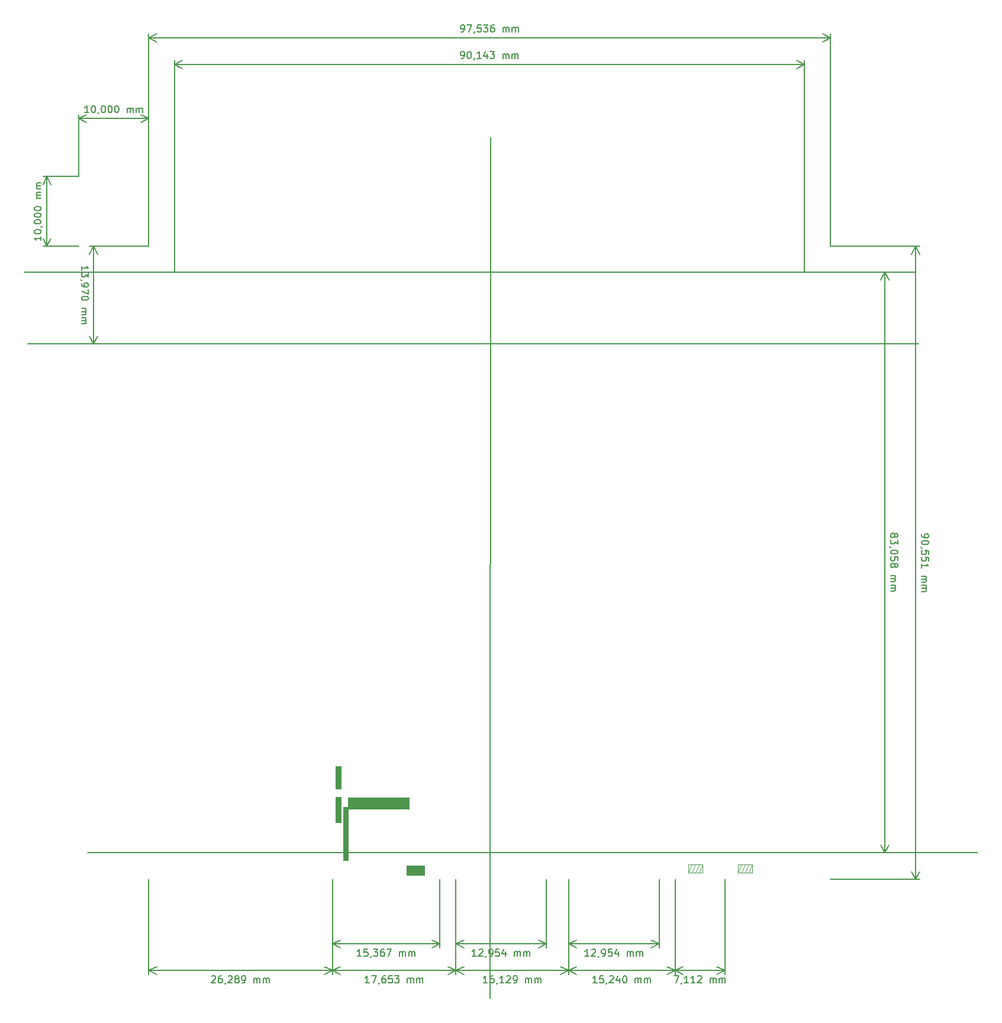
<source format=gbr>
%TF.GenerationSoftware,KiCad,Pcbnew,(5.1.12)-1*%
%TF.CreationDate,2022-03-11T14:49:08+01:00*%
%TF.ProjectId,ESP_S3-CP-24_Platform,4553505f-5333-42d4-9350-2d32345f506c,R0.8*%
%TF.SameCoordinates,Original*%
%TF.FileFunction,OtherDrawing,Comment*%
%FSLAX46Y46*%
G04 Gerber Fmt 4.6, Leading zero omitted, Abs format (unit mm)*
G04 Created by KiCad (PCBNEW (5.1.12)-1) date 2022-03-11 14:49:08*
%MOMM*%
%LPD*%
G01*
G04 APERTURE LIST*
%ADD10C,0.150000*%
%ADD11C,0.010000*%
%ADD12C,0.100000*%
G04 APERTURE END LIST*
D10*
X227060571Y-220192380D02*
X226489142Y-220192380D01*
X226774857Y-220192380D02*
X226774857Y-219192380D01*
X226679619Y-219335238D01*
X226584380Y-219430476D01*
X226489142Y-219478095D01*
X227441523Y-219287619D02*
X227489142Y-219240000D01*
X227584380Y-219192380D01*
X227822476Y-219192380D01*
X227917714Y-219240000D01*
X227965333Y-219287619D01*
X228012952Y-219382857D01*
X228012952Y-219478095D01*
X227965333Y-219620952D01*
X227393904Y-220192380D01*
X228012952Y-220192380D01*
X228489142Y-220144761D02*
X228489142Y-220192380D01*
X228441523Y-220287619D01*
X228393904Y-220335238D01*
X228965333Y-220192380D02*
X229155809Y-220192380D01*
X229251047Y-220144761D01*
X229298666Y-220097142D01*
X229393904Y-219954285D01*
X229441523Y-219763809D01*
X229441523Y-219382857D01*
X229393904Y-219287619D01*
X229346285Y-219240000D01*
X229251047Y-219192380D01*
X229060571Y-219192380D01*
X228965333Y-219240000D01*
X228917714Y-219287619D01*
X228870095Y-219382857D01*
X228870095Y-219620952D01*
X228917714Y-219716190D01*
X228965333Y-219763809D01*
X229060571Y-219811428D01*
X229251047Y-219811428D01*
X229346285Y-219763809D01*
X229393904Y-219716190D01*
X229441523Y-219620952D01*
X230346285Y-219192380D02*
X229870095Y-219192380D01*
X229822476Y-219668571D01*
X229870095Y-219620952D01*
X229965333Y-219573333D01*
X230203428Y-219573333D01*
X230298666Y-219620952D01*
X230346285Y-219668571D01*
X230393904Y-219763809D01*
X230393904Y-220001904D01*
X230346285Y-220097142D01*
X230298666Y-220144761D01*
X230203428Y-220192380D01*
X229965333Y-220192380D01*
X229870095Y-220144761D01*
X229822476Y-220097142D01*
X231251047Y-219525714D02*
X231251047Y-220192380D01*
X231012952Y-219144761D02*
X230774857Y-219859047D01*
X231393904Y-219859047D01*
X232536761Y-220192380D02*
X232536761Y-219525714D01*
X232536761Y-219620952D02*
X232584380Y-219573333D01*
X232679619Y-219525714D01*
X232822476Y-219525714D01*
X232917714Y-219573333D01*
X232965333Y-219668571D01*
X232965333Y-220192380D01*
X232965333Y-219668571D02*
X233012952Y-219573333D01*
X233108190Y-219525714D01*
X233251047Y-219525714D01*
X233346285Y-219573333D01*
X233393904Y-219668571D01*
X233393904Y-220192380D01*
X233870095Y-220192380D02*
X233870095Y-219525714D01*
X233870095Y-219620952D02*
X233917714Y-219573333D01*
X234012952Y-219525714D01*
X234155809Y-219525714D01*
X234251047Y-219573333D01*
X234298666Y-219668571D01*
X234298666Y-220192380D01*
X234298666Y-219668571D02*
X234346285Y-219573333D01*
X234441523Y-219525714D01*
X234584380Y-219525714D01*
X234679619Y-219573333D01*
X234727238Y-219668571D01*
X234727238Y-220192380D01*
X224155000Y-218440000D02*
X237109000Y-218440000D01*
X224155000Y-209169000D02*
X224155000Y-219026421D01*
X237109000Y-209169000D02*
X237109000Y-219026421D01*
X237109000Y-218440000D02*
X235982496Y-219026421D01*
X237109000Y-218440000D02*
X235982496Y-217853579D01*
X224155000Y-218440000D02*
X225281504Y-219026421D01*
X224155000Y-218440000D02*
X225281504Y-217853579D01*
X210931571Y-220192380D02*
X210360142Y-220192380D01*
X210645857Y-220192380D02*
X210645857Y-219192380D01*
X210550619Y-219335238D01*
X210455380Y-219430476D01*
X210360142Y-219478095D01*
X211312523Y-219287619D02*
X211360142Y-219240000D01*
X211455380Y-219192380D01*
X211693476Y-219192380D01*
X211788714Y-219240000D01*
X211836333Y-219287619D01*
X211883952Y-219382857D01*
X211883952Y-219478095D01*
X211836333Y-219620952D01*
X211264904Y-220192380D01*
X211883952Y-220192380D01*
X212360142Y-220144761D02*
X212360142Y-220192380D01*
X212312523Y-220287619D01*
X212264904Y-220335238D01*
X212836333Y-220192380D02*
X213026809Y-220192380D01*
X213122047Y-220144761D01*
X213169666Y-220097142D01*
X213264904Y-219954285D01*
X213312523Y-219763809D01*
X213312523Y-219382857D01*
X213264904Y-219287619D01*
X213217285Y-219240000D01*
X213122047Y-219192380D01*
X212931571Y-219192380D01*
X212836333Y-219240000D01*
X212788714Y-219287619D01*
X212741095Y-219382857D01*
X212741095Y-219620952D01*
X212788714Y-219716190D01*
X212836333Y-219763809D01*
X212931571Y-219811428D01*
X213122047Y-219811428D01*
X213217285Y-219763809D01*
X213264904Y-219716190D01*
X213312523Y-219620952D01*
X214217285Y-219192380D02*
X213741095Y-219192380D01*
X213693476Y-219668571D01*
X213741095Y-219620952D01*
X213836333Y-219573333D01*
X214074428Y-219573333D01*
X214169666Y-219620952D01*
X214217285Y-219668571D01*
X214264904Y-219763809D01*
X214264904Y-220001904D01*
X214217285Y-220097142D01*
X214169666Y-220144761D01*
X214074428Y-220192380D01*
X213836333Y-220192380D01*
X213741095Y-220144761D01*
X213693476Y-220097142D01*
X215122047Y-219525714D02*
X215122047Y-220192380D01*
X214883952Y-219144761D02*
X214645857Y-219859047D01*
X215264904Y-219859047D01*
X216407761Y-220192380D02*
X216407761Y-219525714D01*
X216407761Y-219620952D02*
X216455380Y-219573333D01*
X216550619Y-219525714D01*
X216693476Y-219525714D01*
X216788714Y-219573333D01*
X216836333Y-219668571D01*
X216836333Y-220192380D01*
X216836333Y-219668571D02*
X216883952Y-219573333D01*
X216979190Y-219525714D01*
X217122047Y-219525714D01*
X217217285Y-219573333D01*
X217264904Y-219668571D01*
X217264904Y-220192380D01*
X217741095Y-220192380D02*
X217741095Y-219525714D01*
X217741095Y-219620952D02*
X217788714Y-219573333D01*
X217883952Y-219525714D01*
X218026809Y-219525714D01*
X218122047Y-219573333D01*
X218169666Y-219668571D01*
X218169666Y-220192380D01*
X218169666Y-219668571D02*
X218217285Y-219573333D01*
X218312523Y-219525714D01*
X218455380Y-219525714D01*
X218550619Y-219573333D01*
X218598238Y-219668571D01*
X218598238Y-220192380D01*
X208026000Y-218440000D02*
X220980000Y-218440000D01*
X208026000Y-209169000D02*
X208026000Y-219026421D01*
X220980000Y-209169000D02*
X220980000Y-219026421D01*
X220980000Y-218440000D02*
X219853496Y-219026421D01*
X220980000Y-218440000D02*
X219853496Y-217853579D01*
X208026000Y-218440000D02*
X209152504Y-219026421D01*
X208026000Y-218440000D02*
X209152504Y-217853579D01*
X194485071Y-220192380D02*
X193913642Y-220192380D01*
X194199357Y-220192380D02*
X194199357Y-219192380D01*
X194104119Y-219335238D01*
X194008880Y-219430476D01*
X193913642Y-219478095D01*
X195389833Y-219192380D02*
X194913642Y-219192380D01*
X194866023Y-219668571D01*
X194913642Y-219620952D01*
X195008880Y-219573333D01*
X195246976Y-219573333D01*
X195342214Y-219620952D01*
X195389833Y-219668571D01*
X195437452Y-219763809D01*
X195437452Y-220001904D01*
X195389833Y-220097142D01*
X195342214Y-220144761D01*
X195246976Y-220192380D01*
X195008880Y-220192380D01*
X194913642Y-220144761D01*
X194866023Y-220097142D01*
X195913642Y-220144761D02*
X195913642Y-220192380D01*
X195866023Y-220287619D01*
X195818404Y-220335238D01*
X196246976Y-219192380D02*
X196866023Y-219192380D01*
X196532690Y-219573333D01*
X196675547Y-219573333D01*
X196770785Y-219620952D01*
X196818404Y-219668571D01*
X196866023Y-219763809D01*
X196866023Y-220001904D01*
X196818404Y-220097142D01*
X196770785Y-220144761D01*
X196675547Y-220192380D01*
X196389833Y-220192380D01*
X196294595Y-220144761D01*
X196246976Y-220097142D01*
X197723166Y-219192380D02*
X197532690Y-219192380D01*
X197437452Y-219240000D01*
X197389833Y-219287619D01*
X197294595Y-219430476D01*
X197246976Y-219620952D01*
X197246976Y-220001904D01*
X197294595Y-220097142D01*
X197342214Y-220144761D01*
X197437452Y-220192380D01*
X197627928Y-220192380D01*
X197723166Y-220144761D01*
X197770785Y-220097142D01*
X197818404Y-220001904D01*
X197818404Y-219763809D01*
X197770785Y-219668571D01*
X197723166Y-219620952D01*
X197627928Y-219573333D01*
X197437452Y-219573333D01*
X197342214Y-219620952D01*
X197294595Y-219668571D01*
X197246976Y-219763809D01*
X198151738Y-219192380D02*
X198818404Y-219192380D01*
X198389833Y-220192380D01*
X199961261Y-220192380D02*
X199961261Y-219525714D01*
X199961261Y-219620952D02*
X200008880Y-219573333D01*
X200104119Y-219525714D01*
X200246976Y-219525714D01*
X200342214Y-219573333D01*
X200389833Y-219668571D01*
X200389833Y-220192380D01*
X200389833Y-219668571D02*
X200437452Y-219573333D01*
X200532690Y-219525714D01*
X200675547Y-219525714D01*
X200770785Y-219573333D01*
X200818404Y-219668571D01*
X200818404Y-220192380D01*
X201294595Y-220192380D02*
X201294595Y-219525714D01*
X201294595Y-219620952D02*
X201342214Y-219573333D01*
X201437452Y-219525714D01*
X201580309Y-219525714D01*
X201675547Y-219573333D01*
X201723166Y-219668571D01*
X201723166Y-220192380D01*
X201723166Y-219668571D02*
X201770785Y-219573333D01*
X201866023Y-219525714D01*
X202008880Y-219525714D01*
X202104119Y-219573333D01*
X202151738Y-219668571D01*
X202151738Y-220192380D01*
X190373000Y-218440000D02*
X205740000Y-218440000D01*
X190373000Y-209169000D02*
X190373000Y-219026421D01*
X205740000Y-209169000D02*
X205740000Y-219026421D01*
X205740000Y-218440000D02*
X204613496Y-219026421D01*
X205740000Y-218440000D02*
X204613496Y-217853579D01*
X190373000Y-218440000D02*
X191499504Y-219026421D01*
X190373000Y-218440000D02*
X191499504Y-217853579D01*
X239236714Y-223002380D02*
X239903380Y-223002380D01*
X239474809Y-224002380D01*
X240331952Y-223954761D02*
X240331952Y-224002380D01*
X240284333Y-224097619D01*
X240236714Y-224145238D01*
X241284333Y-224002380D02*
X240712904Y-224002380D01*
X240998619Y-224002380D02*
X240998619Y-223002380D01*
X240903380Y-223145238D01*
X240808142Y-223240476D01*
X240712904Y-223288095D01*
X242236714Y-224002380D02*
X241665285Y-224002380D01*
X241951000Y-224002380D02*
X241951000Y-223002380D01*
X241855761Y-223145238D01*
X241760523Y-223240476D01*
X241665285Y-223288095D01*
X242617666Y-223097619D02*
X242665285Y-223050000D01*
X242760523Y-223002380D01*
X242998619Y-223002380D01*
X243093857Y-223050000D01*
X243141476Y-223097619D01*
X243189095Y-223192857D01*
X243189095Y-223288095D01*
X243141476Y-223430952D01*
X242570047Y-224002380D01*
X243189095Y-224002380D01*
X244379571Y-224002380D02*
X244379571Y-223335714D01*
X244379571Y-223430952D02*
X244427190Y-223383333D01*
X244522428Y-223335714D01*
X244665285Y-223335714D01*
X244760523Y-223383333D01*
X244808142Y-223478571D01*
X244808142Y-224002380D01*
X244808142Y-223478571D02*
X244855761Y-223383333D01*
X244951000Y-223335714D01*
X245093857Y-223335714D01*
X245189095Y-223383333D01*
X245236714Y-223478571D01*
X245236714Y-224002380D01*
X245712904Y-224002380D02*
X245712904Y-223335714D01*
X245712904Y-223430952D02*
X245760523Y-223383333D01*
X245855761Y-223335714D01*
X245998619Y-223335714D01*
X246093857Y-223383333D01*
X246141476Y-223478571D01*
X246141476Y-224002380D01*
X246141476Y-223478571D02*
X246189095Y-223383333D01*
X246284333Y-223335714D01*
X246427190Y-223335714D01*
X246522428Y-223383333D01*
X246570047Y-223478571D01*
X246570047Y-224002380D01*
X239395000Y-222250000D02*
X246507000Y-222250000D01*
X239395000Y-209169000D02*
X239395000Y-222836421D01*
X246507000Y-209169000D02*
X246507000Y-222836421D01*
X246507000Y-222250000D02*
X245380496Y-222836421D01*
X246507000Y-222250000D02*
X245380496Y-221663579D01*
X239395000Y-222250000D02*
X240521504Y-222836421D01*
X239395000Y-222250000D02*
X240521504Y-221663579D01*
X228203571Y-224002380D02*
X227632142Y-224002380D01*
X227917857Y-224002380D02*
X227917857Y-223002380D01*
X227822619Y-223145238D01*
X227727380Y-223240476D01*
X227632142Y-223288095D01*
X229108333Y-223002380D02*
X228632142Y-223002380D01*
X228584523Y-223478571D01*
X228632142Y-223430952D01*
X228727380Y-223383333D01*
X228965476Y-223383333D01*
X229060714Y-223430952D01*
X229108333Y-223478571D01*
X229155952Y-223573809D01*
X229155952Y-223811904D01*
X229108333Y-223907142D01*
X229060714Y-223954761D01*
X228965476Y-224002380D01*
X228727380Y-224002380D01*
X228632142Y-223954761D01*
X228584523Y-223907142D01*
X229632142Y-223954761D02*
X229632142Y-224002380D01*
X229584523Y-224097619D01*
X229536904Y-224145238D01*
X230013095Y-223097619D02*
X230060714Y-223050000D01*
X230155952Y-223002380D01*
X230394047Y-223002380D01*
X230489285Y-223050000D01*
X230536904Y-223097619D01*
X230584523Y-223192857D01*
X230584523Y-223288095D01*
X230536904Y-223430952D01*
X229965476Y-224002380D01*
X230584523Y-224002380D01*
X231441666Y-223335714D02*
X231441666Y-224002380D01*
X231203571Y-222954761D02*
X230965476Y-223669047D01*
X231584523Y-223669047D01*
X232155952Y-223002380D02*
X232251190Y-223002380D01*
X232346428Y-223050000D01*
X232394047Y-223097619D01*
X232441666Y-223192857D01*
X232489285Y-223383333D01*
X232489285Y-223621428D01*
X232441666Y-223811904D01*
X232394047Y-223907142D01*
X232346428Y-223954761D01*
X232251190Y-224002380D01*
X232155952Y-224002380D01*
X232060714Y-223954761D01*
X232013095Y-223907142D01*
X231965476Y-223811904D01*
X231917857Y-223621428D01*
X231917857Y-223383333D01*
X231965476Y-223192857D01*
X232013095Y-223097619D01*
X232060714Y-223050000D01*
X232155952Y-223002380D01*
X233679761Y-224002380D02*
X233679761Y-223335714D01*
X233679761Y-223430952D02*
X233727380Y-223383333D01*
X233822619Y-223335714D01*
X233965476Y-223335714D01*
X234060714Y-223383333D01*
X234108333Y-223478571D01*
X234108333Y-224002380D01*
X234108333Y-223478571D02*
X234155952Y-223383333D01*
X234251190Y-223335714D01*
X234394047Y-223335714D01*
X234489285Y-223383333D01*
X234536904Y-223478571D01*
X234536904Y-224002380D01*
X235013095Y-224002380D02*
X235013095Y-223335714D01*
X235013095Y-223430952D02*
X235060714Y-223383333D01*
X235155952Y-223335714D01*
X235298809Y-223335714D01*
X235394047Y-223383333D01*
X235441666Y-223478571D01*
X235441666Y-224002380D01*
X235441666Y-223478571D02*
X235489285Y-223383333D01*
X235584523Y-223335714D01*
X235727380Y-223335714D01*
X235822619Y-223383333D01*
X235870238Y-223478571D01*
X235870238Y-224002380D01*
X224155000Y-222250000D02*
X239395000Y-222250000D01*
X224155000Y-209169000D02*
X224155000Y-222836421D01*
X239395000Y-209169000D02*
X239395000Y-222836421D01*
X239395000Y-222250000D02*
X238268496Y-222836421D01*
X239395000Y-222250000D02*
X238268496Y-221663579D01*
X224155000Y-222250000D02*
X225281504Y-222836421D01*
X224155000Y-222250000D02*
X225281504Y-221663579D01*
X212519071Y-224002380D02*
X211947642Y-224002380D01*
X212233357Y-224002380D02*
X212233357Y-223002380D01*
X212138119Y-223145238D01*
X212042880Y-223240476D01*
X211947642Y-223288095D01*
X213376214Y-223002380D02*
X213185738Y-223002380D01*
X213090500Y-223050000D01*
X213042880Y-223097619D01*
X212947642Y-223240476D01*
X212900023Y-223430952D01*
X212900023Y-223811904D01*
X212947642Y-223907142D01*
X212995261Y-223954761D01*
X213090500Y-224002380D01*
X213280976Y-224002380D01*
X213376214Y-223954761D01*
X213423833Y-223907142D01*
X213471452Y-223811904D01*
X213471452Y-223573809D01*
X213423833Y-223478571D01*
X213376214Y-223430952D01*
X213280976Y-223383333D01*
X213090500Y-223383333D01*
X212995261Y-223430952D01*
X212947642Y-223478571D01*
X212900023Y-223573809D01*
X213947642Y-223954761D02*
X213947642Y-224002380D01*
X213900023Y-224097619D01*
X213852404Y-224145238D01*
X214900023Y-224002380D02*
X214328595Y-224002380D01*
X214614309Y-224002380D02*
X214614309Y-223002380D01*
X214519071Y-223145238D01*
X214423833Y-223240476D01*
X214328595Y-223288095D01*
X215280976Y-223097619D02*
X215328595Y-223050000D01*
X215423833Y-223002380D01*
X215661928Y-223002380D01*
X215757166Y-223050000D01*
X215804785Y-223097619D01*
X215852404Y-223192857D01*
X215852404Y-223288095D01*
X215804785Y-223430952D01*
X215233357Y-224002380D01*
X215852404Y-224002380D01*
X216328595Y-224002380D02*
X216519071Y-224002380D01*
X216614309Y-223954761D01*
X216661928Y-223907142D01*
X216757166Y-223764285D01*
X216804785Y-223573809D01*
X216804785Y-223192857D01*
X216757166Y-223097619D01*
X216709547Y-223050000D01*
X216614309Y-223002380D01*
X216423833Y-223002380D01*
X216328595Y-223050000D01*
X216280976Y-223097619D01*
X216233357Y-223192857D01*
X216233357Y-223430952D01*
X216280976Y-223526190D01*
X216328595Y-223573809D01*
X216423833Y-223621428D01*
X216614309Y-223621428D01*
X216709547Y-223573809D01*
X216757166Y-223526190D01*
X216804785Y-223430952D01*
X217995261Y-224002380D02*
X217995261Y-223335714D01*
X217995261Y-223430952D02*
X218042880Y-223383333D01*
X218138119Y-223335714D01*
X218280976Y-223335714D01*
X218376214Y-223383333D01*
X218423833Y-223478571D01*
X218423833Y-224002380D01*
X218423833Y-223478571D02*
X218471452Y-223383333D01*
X218566690Y-223335714D01*
X218709547Y-223335714D01*
X218804785Y-223383333D01*
X218852404Y-223478571D01*
X218852404Y-224002380D01*
X219328595Y-224002380D02*
X219328595Y-223335714D01*
X219328595Y-223430952D02*
X219376214Y-223383333D01*
X219471452Y-223335714D01*
X219614309Y-223335714D01*
X219709547Y-223383333D01*
X219757166Y-223478571D01*
X219757166Y-224002380D01*
X219757166Y-223478571D02*
X219804785Y-223383333D01*
X219900023Y-223335714D01*
X220042880Y-223335714D01*
X220138119Y-223383333D01*
X220185738Y-223478571D01*
X220185738Y-224002380D01*
X208026000Y-222250000D02*
X224155000Y-222250000D01*
X208026000Y-209169000D02*
X208026000Y-222836421D01*
X224155000Y-209169000D02*
X224155000Y-222836421D01*
X224155000Y-222250000D02*
X223028496Y-222836421D01*
X224155000Y-222250000D02*
X223028496Y-221663579D01*
X208026000Y-222250000D02*
X209152504Y-222836421D01*
X208026000Y-222250000D02*
X209152504Y-221663579D01*
X195628071Y-224002380D02*
X195056642Y-224002380D01*
X195342357Y-224002380D02*
X195342357Y-223002380D01*
X195247119Y-223145238D01*
X195151880Y-223240476D01*
X195056642Y-223288095D01*
X195961404Y-223002380D02*
X196628071Y-223002380D01*
X196199500Y-224002380D01*
X197056642Y-223954761D02*
X197056642Y-224002380D01*
X197009023Y-224097619D01*
X196961404Y-224145238D01*
X197913785Y-223002380D02*
X197723309Y-223002380D01*
X197628071Y-223050000D01*
X197580452Y-223097619D01*
X197485214Y-223240476D01*
X197437595Y-223430952D01*
X197437595Y-223811904D01*
X197485214Y-223907142D01*
X197532833Y-223954761D01*
X197628071Y-224002380D01*
X197818547Y-224002380D01*
X197913785Y-223954761D01*
X197961404Y-223907142D01*
X198009023Y-223811904D01*
X198009023Y-223573809D01*
X197961404Y-223478571D01*
X197913785Y-223430952D01*
X197818547Y-223383333D01*
X197628071Y-223383333D01*
X197532833Y-223430952D01*
X197485214Y-223478571D01*
X197437595Y-223573809D01*
X198913785Y-223002380D02*
X198437595Y-223002380D01*
X198389976Y-223478571D01*
X198437595Y-223430952D01*
X198532833Y-223383333D01*
X198770928Y-223383333D01*
X198866166Y-223430952D01*
X198913785Y-223478571D01*
X198961404Y-223573809D01*
X198961404Y-223811904D01*
X198913785Y-223907142D01*
X198866166Y-223954761D01*
X198770928Y-224002380D01*
X198532833Y-224002380D01*
X198437595Y-223954761D01*
X198389976Y-223907142D01*
X199294738Y-223002380D02*
X199913785Y-223002380D01*
X199580452Y-223383333D01*
X199723309Y-223383333D01*
X199818547Y-223430952D01*
X199866166Y-223478571D01*
X199913785Y-223573809D01*
X199913785Y-223811904D01*
X199866166Y-223907142D01*
X199818547Y-223954761D01*
X199723309Y-224002380D01*
X199437595Y-224002380D01*
X199342357Y-223954761D01*
X199294738Y-223907142D01*
X201104261Y-224002380D02*
X201104261Y-223335714D01*
X201104261Y-223430952D02*
X201151880Y-223383333D01*
X201247119Y-223335714D01*
X201389976Y-223335714D01*
X201485214Y-223383333D01*
X201532833Y-223478571D01*
X201532833Y-224002380D01*
X201532833Y-223478571D02*
X201580452Y-223383333D01*
X201675690Y-223335714D01*
X201818547Y-223335714D01*
X201913785Y-223383333D01*
X201961404Y-223478571D01*
X201961404Y-224002380D01*
X202437595Y-224002380D02*
X202437595Y-223335714D01*
X202437595Y-223430952D02*
X202485214Y-223383333D01*
X202580452Y-223335714D01*
X202723309Y-223335714D01*
X202818547Y-223383333D01*
X202866166Y-223478571D01*
X202866166Y-224002380D01*
X202866166Y-223478571D02*
X202913785Y-223383333D01*
X203009023Y-223335714D01*
X203151880Y-223335714D01*
X203247119Y-223383333D01*
X203294738Y-223478571D01*
X203294738Y-224002380D01*
X190373000Y-222250000D02*
X208026000Y-222250000D01*
X190373000Y-209169000D02*
X190373000Y-222836421D01*
X208026000Y-209169000D02*
X208026000Y-222836421D01*
X208026000Y-222250000D02*
X206899496Y-222836421D01*
X208026000Y-222250000D02*
X206899496Y-221663579D01*
X190373000Y-222250000D02*
X191499504Y-222836421D01*
X190373000Y-222250000D02*
X191499504Y-221663579D01*
X173085642Y-223097619D02*
X173133261Y-223050000D01*
X173228500Y-223002380D01*
X173466595Y-223002380D01*
X173561833Y-223050000D01*
X173609452Y-223097619D01*
X173657071Y-223192857D01*
X173657071Y-223288095D01*
X173609452Y-223430952D01*
X173038023Y-224002380D01*
X173657071Y-224002380D01*
X174514214Y-223002380D02*
X174323738Y-223002380D01*
X174228500Y-223050000D01*
X174180880Y-223097619D01*
X174085642Y-223240476D01*
X174038023Y-223430952D01*
X174038023Y-223811904D01*
X174085642Y-223907142D01*
X174133261Y-223954761D01*
X174228500Y-224002380D01*
X174418976Y-224002380D01*
X174514214Y-223954761D01*
X174561833Y-223907142D01*
X174609452Y-223811904D01*
X174609452Y-223573809D01*
X174561833Y-223478571D01*
X174514214Y-223430952D01*
X174418976Y-223383333D01*
X174228500Y-223383333D01*
X174133261Y-223430952D01*
X174085642Y-223478571D01*
X174038023Y-223573809D01*
X175085642Y-223954761D02*
X175085642Y-224002380D01*
X175038023Y-224097619D01*
X174990404Y-224145238D01*
X175466595Y-223097619D02*
X175514214Y-223050000D01*
X175609452Y-223002380D01*
X175847547Y-223002380D01*
X175942785Y-223050000D01*
X175990404Y-223097619D01*
X176038023Y-223192857D01*
X176038023Y-223288095D01*
X175990404Y-223430952D01*
X175418976Y-224002380D01*
X176038023Y-224002380D01*
X176609452Y-223430952D02*
X176514214Y-223383333D01*
X176466595Y-223335714D01*
X176418976Y-223240476D01*
X176418976Y-223192857D01*
X176466595Y-223097619D01*
X176514214Y-223050000D01*
X176609452Y-223002380D01*
X176799928Y-223002380D01*
X176895166Y-223050000D01*
X176942785Y-223097619D01*
X176990404Y-223192857D01*
X176990404Y-223240476D01*
X176942785Y-223335714D01*
X176895166Y-223383333D01*
X176799928Y-223430952D01*
X176609452Y-223430952D01*
X176514214Y-223478571D01*
X176466595Y-223526190D01*
X176418976Y-223621428D01*
X176418976Y-223811904D01*
X176466595Y-223907142D01*
X176514214Y-223954761D01*
X176609452Y-224002380D01*
X176799928Y-224002380D01*
X176895166Y-223954761D01*
X176942785Y-223907142D01*
X176990404Y-223811904D01*
X176990404Y-223621428D01*
X176942785Y-223526190D01*
X176895166Y-223478571D01*
X176799928Y-223430952D01*
X177466595Y-224002380D02*
X177657071Y-224002380D01*
X177752309Y-223954761D01*
X177799928Y-223907142D01*
X177895166Y-223764285D01*
X177942785Y-223573809D01*
X177942785Y-223192857D01*
X177895166Y-223097619D01*
X177847547Y-223050000D01*
X177752309Y-223002380D01*
X177561833Y-223002380D01*
X177466595Y-223050000D01*
X177418976Y-223097619D01*
X177371357Y-223192857D01*
X177371357Y-223430952D01*
X177418976Y-223526190D01*
X177466595Y-223573809D01*
X177561833Y-223621428D01*
X177752309Y-223621428D01*
X177847547Y-223573809D01*
X177895166Y-223526190D01*
X177942785Y-223430952D01*
X179133261Y-224002380D02*
X179133261Y-223335714D01*
X179133261Y-223430952D02*
X179180880Y-223383333D01*
X179276119Y-223335714D01*
X179418976Y-223335714D01*
X179514214Y-223383333D01*
X179561833Y-223478571D01*
X179561833Y-224002380D01*
X179561833Y-223478571D02*
X179609452Y-223383333D01*
X179704690Y-223335714D01*
X179847547Y-223335714D01*
X179942785Y-223383333D01*
X179990404Y-223478571D01*
X179990404Y-224002380D01*
X180466595Y-224002380D02*
X180466595Y-223335714D01*
X180466595Y-223430952D02*
X180514214Y-223383333D01*
X180609452Y-223335714D01*
X180752309Y-223335714D01*
X180847547Y-223383333D01*
X180895166Y-223478571D01*
X180895166Y-224002380D01*
X180895166Y-223478571D02*
X180942785Y-223383333D01*
X181038023Y-223335714D01*
X181180880Y-223335714D01*
X181276119Y-223383333D01*
X181323738Y-223478571D01*
X181323738Y-224002380D01*
X164084000Y-222250000D02*
X190373000Y-222250000D01*
X164084000Y-209169000D02*
X164084000Y-222836421D01*
X190373000Y-209169000D02*
X190373000Y-222836421D01*
X190373000Y-222250000D02*
X189246496Y-222836421D01*
X190373000Y-222250000D02*
X189246496Y-221663579D01*
X164084000Y-222250000D02*
X165210504Y-222836421D01*
X164084000Y-222250000D02*
X165210504Y-221663579D01*
X154457619Y-122031571D02*
X154457619Y-121460142D01*
X154457619Y-121745857D02*
X155457619Y-121745857D01*
X155314761Y-121650619D01*
X155219523Y-121555380D01*
X155171904Y-121460142D01*
X155457619Y-122364904D02*
X155457619Y-122983952D01*
X155076666Y-122650619D01*
X155076666Y-122793476D01*
X155029047Y-122888714D01*
X154981428Y-122936333D01*
X154886190Y-122983952D01*
X154648095Y-122983952D01*
X154552857Y-122936333D01*
X154505238Y-122888714D01*
X154457619Y-122793476D01*
X154457619Y-122507761D01*
X154505238Y-122412523D01*
X154552857Y-122364904D01*
X154505238Y-123460142D02*
X154457619Y-123460142D01*
X154362380Y-123412523D01*
X154314761Y-123364904D01*
X154457619Y-123936333D02*
X154457619Y-124126809D01*
X154505238Y-124222047D01*
X154552857Y-124269666D01*
X154695714Y-124364904D01*
X154886190Y-124412523D01*
X155267142Y-124412523D01*
X155362380Y-124364904D01*
X155410000Y-124317285D01*
X155457619Y-124222047D01*
X155457619Y-124031571D01*
X155410000Y-123936333D01*
X155362380Y-123888714D01*
X155267142Y-123841095D01*
X155029047Y-123841095D01*
X154933809Y-123888714D01*
X154886190Y-123936333D01*
X154838571Y-124031571D01*
X154838571Y-124222047D01*
X154886190Y-124317285D01*
X154933809Y-124364904D01*
X155029047Y-124412523D01*
X155457619Y-124745857D02*
X155457619Y-125412523D01*
X154457619Y-124983952D01*
X155457619Y-125983952D02*
X155457619Y-126079190D01*
X155410000Y-126174428D01*
X155362380Y-126222047D01*
X155267142Y-126269666D01*
X155076666Y-126317285D01*
X154838571Y-126317285D01*
X154648095Y-126269666D01*
X154552857Y-126222047D01*
X154505238Y-126174428D01*
X154457619Y-126079190D01*
X154457619Y-125983952D01*
X154505238Y-125888714D01*
X154552857Y-125841095D01*
X154648095Y-125793476D01*
X154838571Y-125745857D01*
X155076666Y-125745857D01*
X155267142Y-125793476D01*
X155362380Y-125841095D01*
X155410000Y-125888714D01*
X155457619Y-125983952D01*
X154457619Y-127507761D02*
X155124285Y-127507761D01*
X155029047Y-127507761D02*
X155076666Y-127555380D01*
X155124285Y-127650619D01*
X155124285Y-127793476D01*
X155076666Y-127888714D01*
X154981428Y-127936333D01*
X154457619Y-127936333D01*
X154981428Y-127936333D02*
X155076666Y-127983952D01*
X155124285Y-128079190D01*
X155124285Y-128222047D01*
X155076666Y-128317285D01*
X154981428Y-128364904D01*
X154457619Y-128364904D01*
X154457619Y-128841095D02*
X155124285Y-128841095D01*
X155029047Y-128841095D02*
X155076666Y-128888714D01*
X155124285Y-128983952D01*
X155124285Y-129126809D01*
X155076666Y-129222047D01*
X154981428Y-129269666D01*
X154457619Y-129269666D01*
X154981428Y-129269666D02*
X155076666Y-129317285D01*
X155124285Y-129412523D01*
X155124285Y-129555380D01*
X155076666Y-129650619D01*
X154981428Y-129698238D01*
X154457619Y-129698238D01*
X156210000Y-118618000D02*
X156210000Y-132588000D01*
X164084000Y-118618000D02*
X155623579Y-118618000D01*
X164084000Y-132588000D02*
X155623579Y-132588000D01*
X156210000Y-132588000D02*
X155623579Y-131461496D01*
X156210000Y-132588000D02*
X156796421Y-131461496D01*
X156210000Y-118618000D02*
X155623579Y-119744504D01*
X156210000Y-118618000D02*
X156796421Y-119744504D01*
X148697380Y-117189428D02*
X148697380Y-117760857D01*
X148697380Y-117475142D02*
X147697380Y-117475142D01*
X147840238Y-117570380D01*
X147935476Y-117665619D01*
X147983095Y-117760857D01*
X147697380Y-116570380D02*
X147697380Y-116475142D01*
X147745000Y-116379904D01*
X147792619Y-116332285D01*
X147887857Y-116284666D01*
X148078333Y-116237047D01*
X148316428Y-116237047D01*
X148506904Y-116284666D01*
X148602142Y-116332285D01*
X148649761Y-116379904D01*
X148697380Y-116475142D01*
X148697380Y-116570380D01*
X148649761Y-116665619D01*
X148602142Y-116713238D01*
X148506904Y-116760857D01*
X148316428Y-116808476D01*
X148078333Y-116808476D01*
X147887857Y-116760857D01*
X147792619Y-116713238D01*
X147745000Y-116665619D01*
X147697380Y-116570380D01*
X148649761Y-115760857D02*
X148697380Y-115760857D01*
X148792619Y-115808476D01*
X148840238Y-115856095D01*
X147697380Y-115141809D02*
X147697380Y-115046571D01*
X147745000Y-114951333D01*
X147792619Y-114903714D01*
X147887857Y-114856095D01*
X148078333Y-114808476D01*
X148316428Y-114808476D01*
X148506904Y-114856095D01*
X148602142Y-114903714D01*
X148649761Y-114951333D01*
X148697380Y-115046571D01*
X148697380Y-115141809D01*
X148649761Y-115237047D01*
X148602142Y-115284666D01*
X148506904Y-115332285D01*
X148316428Y-115379904D01*
X148078333Y-115379904D01*
X147887857Y-115332285D01*
X147792619Y-115284666D01*
X147745000Y-115237047D01*
X147697380Y-115141809D01*
X147697380Y-114189428D02*
X147697380Y-114094190D01*
X147745000Y-113998952D01*
X147792619Y-113951333D01*
X147887857Y-113903714D01*
X148078333Y-113856095D01*
X148316428Y-113856095D01*
X148506904Y-113903714D01*
X148602142Y-113951333D01*
X148649761Y-113998952D01*
X148697380Y-114094190D01*
X148697380Y-114189428D01*
X148649761Y-114284666D01*
X148602142Y-114332285D01*
X148506904Y-114379904D01*
X148316428Y-114427523D01*
X148078333Y-114427523D01*
X147887857Y-114379904D01*
X147792619Y-114332285D01*
X147745000Y-114284666D01*
X147697380Y-114189428D01*
X147697380Y-113237047D02*
X147697380Y-113141809D01*
X147745000Y-113046571D01*
X147792619Y-112998952D01*
X147887857Y-112951333D01*
X148078333Y-112903714D01*
X148316428Y-112903714D01*
X148506904Y-112951333D01*
X148602142Y-112998952D01*
X148649761Y-113046571D01*
X148697380Y-113141809D01*
X148697380Y-113237047D01*
X148649761Y-113332285D01*
X148602142Y-113379904D01*
X148506904Y-113427523D01*
X148316428Y-113475142D01*
X148078333Y-113475142D01*
X147887857Y-113427523D01*
X147792619Y-113379904D01*
X147745000Y-113332285D01*
X147697380Y-113237047D01*
X148697380Y-111713238D02*
X148030714Y-111713238D01*
X148125952Y-111713238D02*
X148078333Y-111665619D01*
X148030714Y-111570380D01*
X148030714Y-111427523D01*
X148078333Y-111332285D01*
X148173571Y-111284666D01*
X148697380Y-111284666D01*
X148173571Y-111284666D02*
X148078333Y-111237047D01*
X148030714Y-111141809D01*
X148030714Y-110998952D01*
X148078333Y-110903714D01*
X148173571Y-110856095D01*
X148697380Y-110856095D01*
X148697380Y-110379904D02*
X148030714Y-110379904D01*
X148125952Y-110379904D02*
X148078333Y-110332285D01*
X148030714Y-110237047D01*
X148030714Y-110094190D01*
X148078333Y-109998952D01*
X148173571Y-109951333D01*
X148697380Y-109951333D01*
X148173571Y-109951333D02*
X148078333Y-109903714D01*
X148030714Y-109808476D01*
X148030714Y-109665619D01*
X148078333Y-109570380D01*
X148173571Y-109522761D01*
X148697380Y-109522761D01*
X149545000Y-118618000D02*
X149545000Y-108618000D01*
X154084000Y-118618000D02*
X148958579Y-118618000D01*
X154084000Y-108618000D02*
X148958579Y-108618000D01*
X149545000Y-108618000D02*
X150131421Y-109744504D01*
X149545000Y-108618000D02*
X148958579Y-109744504D01*
X149545000Y-118618000D02*
X150131421Y-117491496D01*
X149545000Y-118618000D02*
X148958579Y-117491496D01*
X155512571Y-99482380D02*
X154941142Y-99482380D01*
X155226857Y-99482380D02*
X155226857Y-98482380D01*
X155131619Y-98625238D01*
X155036380Y-98720476D01*
X154941142Y-98768095D01*
X156131619Y-98482380D02*
X156226857Y-98482380D01*
X156322095Y-98530000D01*
X156369714Y-98577619D01*
X156417333Y-98672857D01*
X156464952Y-98863333D01*
X156464952Y-99101428D01*
X156417333Y-99291904D01*
X156369714Y-99387142D01*
X156322095Y-99434761D01*
X156226857Y-99482380D01*
X156131619Y-99482380D01*
X156036380Y-99434761D01*
X155988761Y-99387142D01*
X155941142Y-99291904D01*
X155893523Y-99101428D01*
X155893523Y-98863333D01*
X155941142Y-98672857D01*
X155988761Y-98577619D01*
X156036380Y-98530000D01*
X156131619Y-98482380D01*
X156941142Y-99434761D02*
X156941142Y-99482380D01*
X156893523Y-99577619D01*
X156845904Y-99625238D01*
X157560190Y-98482380D02*
X157655428Y-98482380D01*
X157750666Y-98530000D01*
X157798285Y-98577619D01*
X157845904Y-98672857D01*
X157893523Y-98863333D01*
X157893523Y-99101428D01*
X157845904Y-99291904D01*
X157798285Y-99387142D01*
X157750666Y-99434761D01*
X157655428Y-99482380D01*
X157560190Y-99482380D01*
X157464952Y-99434761D01*
X157417333Y-99387142D01*
X157369714Y-99291904D01*
X157322095Y-99101428D01*
X157322095Y-98863333D01*
X157369714Y-98672857D01*
X157417333Y-98577619D01*
X157464952Y-98530000D01*
X157560190Y-98482380D01*
X158512571Y-98482380D02*
X158607809Y-98482380D01*
X158703047Y-98530000D01*
X158750666Y-98577619D01*
X158798285Y-98672857D01*
X158845904Y-98863333D01*
X158845904Y-99101428D01*
X158798285Y-99291904D01*
X158750666Y-99387142D01*
X158703047Y-99434761D01*
X158607809Y-99482380D01*
X158512571Y-99482380D01*
X158417333Y-99434761D01*
X158369714Y-99387142D01*
X158322095Y-99291904D01*
X158274476Y-99101428D01*
X158274476Y-98863333D01*
X158322095Y-98672857D01*
X158369714Y-98577619D01*
X158417333Y-98530000D01*
X158512571Y-98482380D01*
X159464952Y-98482380D02*
X159560190Y-98482380D01*
X159655428Y-98530000D01*
X159703047Y-98577619D01*
X159750666Y-98672857D01*
X159798285Y-98863333D01*
X159798285Y-99101428D01*
X159750666Y-99291904D01*
X159703047Y-99387142D01*
X159655428Y-99434761D01*
X159560190Y-99482380D01*
X159464952Y-99482380D01*
X159369714Y-99434761D01*
X159322095Y-99387142D01*
X159274476Y-99291904D01*
X159226857Y-99101428D01*
X159226857Y-98863333D01*
X159274476Y-98672857D01*
X159322095Y-98577619D01*
X159369714Y-98530000D01*
X159464952Y-98482380D01*
X160988761Y-99482380D02*
X160988761Y-98815714D01*
X160988761Y-98910952D02*
X161036380Y-98863333D01*
X161131619Y-98815714D01*
X161274476Y-98815714D01*
X161369714Y-98863333D01*
X161417333Y-98958571D01*
X161417333Y-99482380D01*
X161417333Y-98958571D02*
X161464952Y-98863333D01*
X161560190Y-98815714D01*
X161703047Y-98815714D01*
X161798285Y-98863333D01*
X161845904Y-98958571D01*
X161845904Y-99482380D01*
X162322095Y-99482380D02*
X162322095Y-98815714D01*
X162322095Y-98910952D02*
X162369714Y-98863333D01*
X162464952Y-98815714D01*
X162607809Y-98815714D01*
X162703047Y-98863333D01*
X162750666Y-98958571D01*
X162750666Y-99482380D01*
X162750666Y-98958571D02*
X162798285Y-98863333D01*
X162893523Y-98815714D01*
X163036380Y-98815714D01*
X163131619Y-98863333D01*
X163179238Y-98958571D01*
X163179238Y-99482380D01*
X154084000Y-100330000D02*
X164084000Y-100330000D01*
X154084000Y-108618000D02*
X154084000Y-99743579D01*
X164084000Y-108618000D02*
X164084000Y-99743579D01*
X164084000Y-100330000D02*
X162957496Y-100916421D01*
X164084000Y-100330000D02*
X162957496Y-99743579D01*
X154084000Y-100330000D02*
X155210504Y-100916421D01*
X154084000Y-100330000D02*
X155210504Y-99743579D01*
X146812000Y-132588000D02*
X274193000Y-132588000D01*
X274659619Y-159845880D02*
X274659619Y-160036357D01*
X274707238Y-160131595D01*
X274754857Y-160179214D01*
X274897714Y-160274452D01*
X275088190Y-160322071D01*
X275469142Y-160322071D01*
X275564380Y-160274452D01*
X275612000Y-160226833D01*
X275659619Y-160131595D01*
X275659619Y-159941119D01*
X275612000Y-159845880D01*
X275564380Y-159798261D01*
X275469142Y-159750642D01*
X275231047Y-159750642D01*
X275135809Y-159798261D01*
X275088190Y-159845880D01*
X275040571Y-159941119D01*
X275040571Y-160131595D01*
X275088190Y-160226833D01*
X275135809Y-160274452D01*
X275231047Y-160322071D01*
X275659619Y-160941119D02*
X275659619Y-161036357D01*
X275612000Y-161131595D01*
X275564380Y-161179214D01*
X275469142Y-161226833D01*
X275278666Y-161274452D01*
X275040571Y-161274452D01*
X274850095Y-161226833D01*
X274754857Y-161179214D01*
X274707238Y-161131595D01*
X274659619Y-161036357D01*
X274659619Y-160941119D01*
X274707238Y-160845880D01*
X274754857Y-160798261D01*
X274850095Y-160750642D01*
X275040571Y-160703023D01*
X275278666Y-160703023D01*
X275469142Y-160750642D01*
X275564380Y-160798261D01*
X275612000Y-160845880D01*
X275659619Y-160941119D01*
X274707238Y-161750642D02*
X274659619Y-161750642D01*
X274564380Y-161703023D01*
X274516761Y-161655404D01*
X275659619Y-162655404D02*
X275659619Y-162179214D01*
X275183428Y-162131595D01*
X275231047Y-162179214D01*
X275278666Y-162274452D01*
X275278666Y-162512547D01*
X275231047Y-162607785D01*
X275183428Y-162655404D01*
X275088190Y-162703023D01*
X274850095Y-162703023D01*
X274754857Y-162655404D01*
X274707238Y-162607785D01*
X274659619Y-162512547D01*
X274659619Y-162274452D01*
X274707238Y-162179214D01*
X274754857Y-162131595D01*
X275659619Y-163607785D02*
X275659619Y-163131595D01*
X275183428Y-163083976D01*
X275231047Y-163131595D01*
X275278666Y-163226833D01*
X275278666Y-163464928D01*
X275231047Y-163560166D01*
X275183428Y-163607785D01*
X275088190Y-163655404D01*
X274850095Y-163655404D01*
X274754857Y-163607785D01*
X274707238Y-163560166D01*
X274659619Y-163464928D01*
X274659619Y-163226833D01*
X274707238Y-163131595D01*
X274754857Y-163083976D01*
X274659619Y-164607785D02*
X274659619Y-164036357D01*
X274659619Y-164322071D02*
X275659619Y-164322071D01*
X275516761Y-164226833D01*
X275421523Y-164131595D01*
X275373904Y-164036357D01*
X274659619Y-165798261D02*
X275326285Y-165798261D01*
X275231047Y-165798261D02*
X275278666Y-165845880D01*
X275326285Y-165941119D01*
X275326285Y-166083976D01*
X275278666Y-166179214D01*
X275183428Y-166226833D01*
X274659619Y-166226833D01*
X275183428Y-166226833D02*
X275278666Y-166274452D01*
X275326285Y-166369690D01*
X275326285Y-166512547D01*
X275278666Y-166607785D01*
X275183428Y-166655404D01*
X274659619Y-166655404D01*
X274659619Y-167131595D02*
X275326285Y-167131595D01*
X275231047Y-167131595D02*
X275278666Y-167179214D01*
X275326285Y-167274452D01*
X275326285Y-167417309D01*
X275278666Y-167512547D01*
X275183428Y-167560166D01*
X274659619Y-167560166D01*
X275183428Y-167560166D02*
X275278666Y-167607785D01*
X275326285Y-167703023D01*
X275326285Y-167845880D01*
X275278666Y-167941119D01*
X275183428Y-167988738D01*
X274659619Y-167988738D01*
X273812000Y-118618000D02*
X273812000Y-209169000D01*
X261620000Y-118618000D02*
X274398421Y-118618000D01*
X261620000Y-209169000D02*
X274398421Y-209169000D01*
X273812000Y-209169000D02*
X273225579Y-208042496D01*
X273812000Y-209169000D02*
X274398421Y-208042496D01*
X273812000Y-118618000D02*
X273225579Y-119744504D01*
X273812000Y-118618000D02*
X274398421Y-119744504D01*
X270792398Y-159873435D02*
X270839986Y-159778181D01*
X270887590Y-159730547D01*
X270982813Y-159682897D01*
X271030432Y-159682881D01*
X271125685Y-159730470D01*
X271173320Y-159778073D01*
X271220970Y-159873296D01*
X271221032Y-160063772D01*
X271173444Y-160159025D01*
X271125840Y-160206660D01*
X271030617Y-160254310D01*
X270982998Y-160254325D01*
X270887745Y-160206737D01*
X270840110Y-160159134D01*
X270792460Y-160063911D01*
X270792398Y-159873435D01*
X270744748Y-159778212D01*
X270697114Y-159730609D01*
X270601860Y-159683021D01*
X270411384Y-159683083D01*
X270316161Y-159730733D01*
X270268558Y-159778367D01*
X270220970Y-159873621D01*
X270221032Y-160064097D01*
X270268682Y-160159320D01*
X270316316Y-160206923D01*
X270411570Y-160254511D01*
X270602046Y-160254449D01*
X270697269Y-160206799D01*
X270744872Y-160159165D01*
X270792460Y-160063911D01*
X271221202Y-160587581D02*
X271221403Y-161206629D01*
X270840342Y-160873420D01*
X270840389Y-161016277D01*
X270792801Y-161111530D01*
X270745197Y-161159165D01*
X270649975Y-161206815D01*
X270411879Y-161206892D01*
X270316626Y-161159304D01*
X270268991Y-161111701D01*
X270221341Y-161016478D01*
X270221248Y-160730764D01*
X270268836Y-160635510D01*
X270316440Y-160587876D01*
X270269177Y-161683129D02*
X270221558Y-161683145D01*
X270126304Y-161635556D01*
X270078670Y-161587953D01*
X271221759Y-162301867D02*
X271221790Y-162397105D01*
X271174202Y-162492359D01*
X271126598Y-162539993D01*
X271031376Y-162587643D01*
X270840915Y-162635324D01*
X270602820Y-162635402D01*
X270412328Y-162587844D01*
X270317075Y-162540256D01*
X270269440Y-162492653D01*
X270221790Y-162397430D01*
X270221759Y-162302192D01*
X270269347Y-162206939D01*
X270316951Y-162159304D01*
X270412173Y-162111654D01*
X270602634Y-162063973D01*
X270840729Y-162063896D01*
X271031221Y-162111453D01*
X271126475Y-162159041D01*
X271174109Y-162206644D01*
X271221759Y-162301867D01*
X271222162Y-163539962D02*
X271222007Y-163063772D01*
X270745801Y-163016308D01*
X270793435Y-163063911D01*
X270841085Y-163159134D01*
X270841163Y-163397229D01*
X270793575Y-163492482D01*
X270745971Y-163540117D01*
X270650749Y-163587767D01*
X270412653Y-163587844D01*
X270317400Y-163540256D01*
X270269765Y-163492653D01*
X270222115Y-163397430D01*
X270222038Y-163159335D01*
X270269626Y-163064081D01*
X270317230Y-163016447D01*
X270793791Y-164159149D02*
X270841380Y-164063896D01*
X270888983Y-164016261D01*
X270984206Y-163968611D01*
X271031825Y-163968596D01*
X271127078Y-164016184D01*
X271174713Y-164063787D01*
X271222363Y-164159010D01*
X271222425Y-164349486D01*
X271174837Y-164444740D01*
X271127233Y-164492374D01*
X271032011Y-164540024D01*
X270984391Y-164540040D01*
X270889138Y-164492451D01*
X270841503Y-164444848D01*
X270793853Y-164349625D01*
X270793791Y-164159149D01*
X270746141Y-164063927D01*
X270698507Y-164016323D01*
X270603253Y-163968735D01*
X270412777Y-163968797D01*
X270317555Y-164016447D01*
X270269951Y-164064081D01*
X270222363Y-164159335D01*
X270222425Y-164349811D01*
X270270075Y-164445034D01*
X270317709Y-164492637D01*
X270412963Y-164540225D01*
X270603439Y-164540163D01*
X270698662Y-164492513D01*
X270746265Y-164444879D01*
X270793853Y-164349625D01*
X270222874Y-165730763D02*
X270889540Y-165730547D01*
X270794302Y-165730578D02*
X270841937Y-165778181D01*
X270889587Y-165873404D01*
X270889633Y-166016261D01*
X270842045Y-166111514D01*
X270746823Y-166159164D01*
X270223013Y-166159335D01*
X270746823Y-166159164D02*
X270842076Y-166206753D01*
X270889726Y-166301975D01*
X270889773Y-166444832D01*
X270842185Y-166540086D01*
X270746962Y-166587736D01*
X270223152Y-166587906D01*
X270223307Y-167064097D02*
X270889974Y-167063880D01*
X270794736Y-167063911D02*
X270842370Y-167111514D01*
X270890020Y-167206737D01*
X270890067Y-167349594D01*
X270842479Y-167444848D01*
X270747256Y-167492498D01*
X270223447Y-167492668D01*
X270747256Y-167492498D02*
X270842510Y-167540086D01*
X270890160Y-167635308D01*
X270890206Y-167778166D01*
X270842618Y-167873419D01*
X270747395Y-167921069D01*
X270223586Y-167921239D01*
X269388136Y-205355278D02*
X269361136Y-122297278D01*
X257937000Y-205359000D02*
X269974557Y-205355087D01*
X257910000Y-122301000D02*
X269947557Y-122297087D01*
X269361136Y-122297278D02*
X269947923Y-123423591D01*
X269361136Y-122297278D02*
X268775081Y-123423972D01*
X269388136Y-205355278D02*
X269974191Y-204228584D01*
X269388136Y-205355278D02*
X268801349Y-204228965D01*
X208790880Y-91735380D02*
X208981357Y-91735380D01*
X209076595Y-91687761D01*
X209124214Y-91640142D01*
X209219452Y-91497285D01*
X209267071Y-91306809D01*
X209267071Y-90925857D01*
X209219452Y-90830619D01*
X209171833Y-90783000D01*
X209076595Y-90735380D01*
X208886119Y-90735380D01*
X208790880Y-90783000D01*
X208743261Y-90830619D01*
X208695642Y-90925857D01*
X208695642Y-91163952D01*
X208743261Y-91259190D01*
X208790880Y-91306809D01*
X208886119Y-91354428D01*
X209076595Y-91354428D01*
X209171833Y-91306809D01*
X209219452Y-91259190D01*
X209267071Y-91163952D01*
X209886119Y-90735380D02*
X209981357Y-90735380D01*
X210076595Y-90783000D01*
X210124214Y-90830619D01*
X210171833Y-90925857D01*
X210219452Y-91116333D01*
X210219452Y-91354428D01*
X210171833Y-91544904D01*
X210124214Y-91640142D01*
X210076595Y-91687761D01*
X209981357Y-91735380D01*
X209886119Y-91735380D01*
X209790880Y-91687761D01*
X209743261Y-91640142D01*
X209695642Y-91544904D01*
X209648023Y-91354428D01*
X209648023Y-91116333D01*
X209695642Y-90925857D01*
X209743261Y-90830619D01*
X209790880Y-90783000D01*
X209886119Y-90735380D01*
X210695642Y-91687761D02*
X210695642Y-91735380D01*
X210648023Y-91830619D01*
X210600404Y-91878238D01*
X211648023Y-91735380D02*
X211076595Y-91735380D01*
X211362309Y-91735380D02*
X211362309Y-90735380D01*
X211267071Y-90878238D01*
X211171833Y-90973476D01*
X211076595Y-91021095D01*
X212505166Y-91068714D02*
X212505166Y-91735380D01*
X212267071Y-90687761D02*
X212028976Y-91402047D01*
X212648023Y-91402047D01*
X212933738Y-90735380D02*
X213552785Y-90735380D01*
X213219452Y-91116333D01*
X213362309Y-91116333D01*
X213457547Y-91163952D01*
X213505166Y-91211571D01*
X213552785Y-91306809D01*
X213552785Y-91544904D01*
X213505166Y-91640142D01*
X213457547Y-91687761D01*
X213362309Y-91735380D01*
X213076595Y-91735380D01*
X212981357Y-91687761D01*
X212933738Y-91640142D01*
X214743261Y-91735380D02*
X214743261Y-91068714D01*
X214743261Y-91163952D02*
X214790880Y-91116333D01*
X214886119Y-91068714D01*
X215028976Y-91068714D01*
X215124214Y-91116333D01*
X215171833Y-91211571D01*
X215171833Y-91735380D01*
X215171833Y-91211571D02*
X215219452Y-91116333D01*
X215314690Y-91068714D01*
X215457547Y-91068714D01*
X215552785Y-91116333D01*
X215600404Y-91211571D01*
X215600404Y-91735380D01*
X216076595Y-91735380D02*
X216076595Y-91068714D01*
X216076595Y-91163952D02*
X216124214Y-91116333D01*
X216219452Y-91068714D01*
X216362309Y-91068714D01*
X216457547Y-91116333D01*
X216505166Y-91211571D01*
X216505166Y-91735380D01*
X216505166Y-91211571D02*
X216552785Y-91116333D01*
X216648023Y-91068714D01*
X216790880Y-91068714D01*
X216886119Y-91116333D01*
X216933738Y-91211571D01*
X216933738Y-91735380D01*
X167767000Y-92583000D02*
X257910000Y-92583000D01*
X167767000Y-122301000D02*
X167767000Y-91996579D01*
X257910000Y-122301000D02*
X257910000Y-91996579D01*
X257910000Y-92583000D02*
X256783496Y-93169421D01*
X257910000Y-92583000D02*
X256783496Y-91996579D01*
X167767000Y-92583000D02*
X168893504Y-93169421D01*
X167767000Y-92583000D02*
X168893504Y-91996579D01*
X208804380Y-87925380D02*
X208994857Y-87925380D01*
X209090095Y-87877761D01*
X209137714Y-87830142D01*
X209232952Y-87687285D01*
X209280571Y-87496809D01*
X209280571Y-87115857D01*
X209232952Y-87020619D01*
X209185333Y-86973000D01*
X209090095Y-86925380D01*
X208899619Y-86925380D01*
X208804380Y-86973000D01*
X208756761Y-87020619D01*
X208709142Y-87115857D01*
X208709142Y-87353952D01*
X208756761Y-87449190D01*
X208804380Y-87496809D01*
X208899619Y-87544428D01*
X209090095Y-87544428D01*
X209185333Y-87496809D01*
X209232952Y-87449190D01*
X209280571Y-87353952D01*
X209613904Y-86925380D02*
X210280571Y-86925380D01*
X209852000Y-87925380D01*
X210709142Y-87877761D02*
X210709142Y-87925380D01*
X210661523Y-88020619D01*
X210613904Y-88068238D01*
X211613904Y-86925380D02*
X211137714Y-86925380D01*
X211090095Y-87401571D01*
X211137714Y-87353952D01*
X211232952Y-87306333D01*
X211471047Y-87306333D01*
X211566285Y-87353952D01*
X211613904Y-87401571D01*
X211661523Y-87496809D01*
X211661523Y-87734904D01*
X211613904Y-87830142D01*
X211566285Y-87877761D01*
X211471047Y-87925380D01*
X211232952Y-87925380D01*
X211137714Y-87877761D01*
X211090095Y-87830142D01*
X211994857Y-86925380D02*
X212613904Y-86925380D01*
X212280571Y-87306333D01*
X212423428Y-87306333D01*
X212518666Y-87353952D01*
X212566285Y-87401571D01*
X212613904Y-87496809D01*
X212613904Y-87734904D01*
X212566285Y-87830142D01*
X212518666Y-87877761D01*
X212423428Y-87925380D01*
X212137714Y-87925380D01*
X212042476Y-87877761D01*
X211994857Y-87830142D01*
X213471047Y-86925380D02*
X213280571Y-86925380D01*
X213185333Y-86973000D01*
X213137714Y-87020619D01*
X213042476Y-87163476D01*
X212994857Y-87353952D01*
X212994857Y-87734904D01*
X213042476Y-87830142D01*
X213090095Y-87877761D01*
X213185333Y-87925380D01*
X213375809Y-87925380D01*
X213471047Y-87877761D01*
X213518666Y-87830142D01*
X213566285Y-87734904D01*
X213566285Y-87496809D01*
X213518666Y-87401571D01*
X213471047Y-87353952D01*
X213375809Y-87306333D01*
X213185333Y-87306333D01*
X213090095Y-87353952D01*
X213042476Y-87401571D01*
X212994857Y-87496809D01*
X214756761Y-87925380D02*
X214756761Y-87258714D01*
X214756761Y-87353952D02*
X214804380Y-87306333D01*
X214899619Y-87258714D01*
X215042476Y-87258714D01*
X215137714Y-87306333D01*
X215185333Y-87401571D01*
X215185333Y-87925380D01*
X215185333Y-87401571D02*
X215232952Y-87306333D01*
X215328190Y-87258714D01*
X215471047Y-87258714D01*
X215566285Y-87306333D01*
X215613904Y-87401571D01*
X215613904Y-87925380D01*
X216090095Y-87925380D02*
X216090095Y-87258714D01*
X216090095Y-87353952D02*
X216137714Y-87306333D01*
X216232952Y-87258714D01*
X216375809Y-87258714D01*
X216471047Y-87306333D01*
X216518666Y-87401571D01*
X216518666Y-87925380D01*
X216518666Y-87401571D02*
X216566285Y-87306333D01*
X216661523Y-87258714D01*
X216804380Y-87258714D01*
X216899619Y-87306333D01*
X216947238Y-87401571D01*
X216947238Y-87925380D01*
X164084000Y-88773000D02*
X261620000Y-88773000D01*
X164084000Y-118618000D02*
X164084000Y-88186579D01*
X261620000Y-118618000D02*
X261620000Y-88186579D01*
X261620000Y-88773000D02*
X260493496Y-89359421D01*
X261620000Y-88773000D02*
X260493496Y-88186579D01*
X164084000Y-88773000D02*
X165210504Y-89359421D01*
X164084000Y-88773000D02*
X165210504Y-88186579D01*
X155321000Y-205359000D02*
X282702000Y-205359000D01*
X212894000Y-226187000D02*
X212979000Y-102997000D01*
X146304000Y-122301000D02*
X273685000Y-122301000D01*
D11*
%TO.C,J9*%
G36*
X200963500Y-207232000D02*
G01*
X203512000Y-207232000D01*
X203512000Y-208589200D01*
X200963500Y-208589200D01*
X200963500Y-207232000D01*
G37*
X200963500Y-207232000D02*
X203512000Y-207232000D01*
X203512000Y-208589200D01*
X200963500Y-208589200D01*
X200963500Y-207232000D01*
G36*
X192608760Y-197532000D02*
G01*
X201312000Y-197532000D01*
X201312000Y-199136270D01*
X192608760Y-199136270D01*
X192608760Y-197532000D01*
G37*
X192608760Y-197532000D02*
X201312000Y-197532000D01*
X201312000Y-199136270D01*
X192608760Y-199136270D01*
X192608760Y-197532000D01*
G36*
X191905950Y-198832000D02*
G01*
X192612000Y-198832000D01*
X192612000Y-206446800D01*
X191905950Y-206446800D01*
X191905950Y-198832000D01*
G37*
X191905950Y-198832000D02*
X192612000Y-198832000D01*
X192612000Y-206446800D01*
X191905950Y-206446800D01*
X191905950Y-198832000D01*
G36*
X190808060Y-197432000D02*
G01*
X191562000Y-197432000D01*
X191562000Y-201036920D01*
X190808060Y-201036920D01*
X190808060Y-197432000D01*
G37*
X190808060Y-197432000D02*
X191562000Y-197432000D01*
X191562000Y-201036920D01*
X190808060Y-201036920D01*
X190808060Y-197432000D01*
G36*
X190798940Y-192982000D02*
G01*
X191562000Y-192982000D01*
X191562000Y-196239110D01*
X190798940Y-196239110D01*
X190798940Y-192982000D01*
G37*
X190798940Y-192982000D02*
X191562000Y-192982000D01*
X191562000Y-196239110D01*
X190798940Y-196239110D01*
X190798940Y-192982000D01*
D12*
%TO.C,SW1*%
X242816000Y-208256000D02*
X243316000Y-207056000D01*
X242316000Y-208256000D02*
X242816000Y-207056000D01*
X241816000Y-208256000D02*
X242316000Y-207056000D01*
X241316000Y-208256000D02*
X241816000Y-207056000D01*
X243316000Y-207056000D02*
X241316000Y-207056000D01*
X243316000Y-208256000D02*
X243316000Y-207056000D01*
X241316000Y-208256000D02*
X243316000Y-208256000D01*
X241316000Y-207056000D02*
X241316000Y-208256000D01*
%TO.C,SW2*%
X248428000Y-207056000D02*
X248428000Y-208256000D01*
X248428000Y-208256000D02*
X250428000Y-208256000D01*
X250428000Y-208256000D02*
X250428000Y-207056000D01*
X250428000Y-207056000D02*
X248428000Y-207056000D01*
X248428000Y-208256000D02*
X248928000Y-207056000D01*
X248928000Y-208256000D02*
X249428000Y-207056000D01*
X249428000Y-208256000D02*
X249928000Y-207056000D01*
X249928000Y-208256000D02*
X250428000Y-207056000D01*
%TD*%
M02*

</source>
